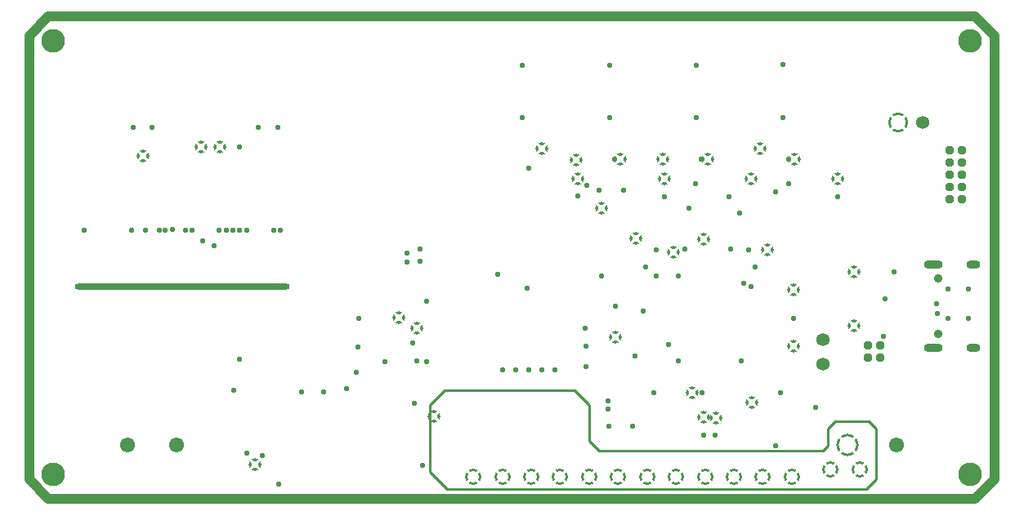
<source format=gbr>
%TF.GenerationSoftware,Altium Limited,Altium Designer,21.0.8 (223)*%
G04 Layer_Physical_Order=2*
G04 Layer_Color=32768*
%FSLAX45Y45*%
%MOMM*%
%TF.SameCoordinates,ED3C5559-8931-45A1-834E-F7BCE4D23214*%
%TF.FilePolarity,Negative*%
%TF.FileFunction,Copper,L2,Inr,Plane*%
%TF.Part,Single*%
G01*
G75*
%TA.AperFunction,NonConductor*%
%ADD53C,0.25400*%
%ADD54C,1.01600*%
%TA.AperFunction,ViaPad*%
%ADD55C,2.45400*%
%TA.AperFunction,ComponentPad*%
%ADD56C,0.95400*%
%ADD57C,1.35400*%
G04:AMPARAMS|DCode=58|XSize=2.116mm|YSize=2.116mm|CornerRadius=0mm|HoleSize=0mm|Usage=FLASHONLY|Rotation=0.000|XOffset=0mm|YOffset=0mm|HoleType=Round|Shape=Relief|Width=0.254mm|Gap=0.254mm|Entries=4|*
%AMTHD58*
7,0,0,2.11600,1.60800,0.25400,45*
%
%ADD58THD58*%
%ADD59O,1.45400X0.85400*%
%ADD60O,1.95400X0.85400*%
%ADD61C,0.90400*%
G04:AMPARAMS|DCode=62|XSize=2.316mm|YSize=2.316mm|CornerRadius=0mm|HoleSize=0mm|Usage=FLASHONLY|Rotation=0.000|XOffset=0mm|YOffset=0mm|HoleType=Round|Shape=Relief|Width=0.254mm|Gap=0.254mm|Entries=4|*
%AMTHD62*
7,0,0,2.31600,1.80800,0.25400,45*
%
%ADD62THD62*%
%ADD63C,1.55400*%
%ADD64O,22.25400X0.65400*%
%TA.AperFunction,ViaPad*%
G04:AMPARAMS|DCode=65|XSize=1.7272mm|YSize=1.7272mm|CornerRadius=0mm|HoleSize=0mm|Usage=FLASHONLY|Rotation=0.000|XOffset=0mm|YOffset=0mm|HoleType=Round|Shape=Relief|Width=0.254mm|Gap=0.254mm|Entries=4|*
%AMTHD65*
7,0,0,1.72720,1.21920,0.25400,45*
%
%ADD65THD65*%
%ADD66C,0.55400*%
G04:AMPARAMS|DCode=67|XSize=1.316mm|YSize=1.316mm|CornerRadius=0mm|HoleSize=0mm|Usage=FLASHONLY|Rotation=0.000|XOffset=0mm|YOffset=0mm|HoleType=Round|Shape=Relief|Width=0.254mm|Gap=0.254mm|Entries=4|*
%AMTHD67*
7,0,0,1.31600,0.80800,0.25400,45*
%
%ADD67THD67*%
D53*
X4150000Y275000D02*
Y300000D01*
X8775000Y562500D02*
Y725000D01*
Y200000D02*
Y437500D01*
X8700000Y800000D02*
X8775000Y725000D01*
X8350000Y800000D02*
X8700000D01*
X8275000Y725000D02*
X8350000Y800000D01*
X8275000Y550000D02*
Y725000D01*
X8225000Y500000D02*
X8275000Y550000D01*
X5900000Y500000D02*
X8225000D01*
X5800000Y600000D02*
X5900000Y500000D01*
X5800000Y600000D02*
Y975000D01*
X5650000Y1125000D02*
X5800000Y975000D01*
X4300000Y1125000D02*
X5650000D01*
X4150000Y975000D02*
X4300000Y1125000D01*
X4150000Y300000D02*
Y975000D01*
Y275000D02*
X4325000Y100000D01*
X8675000D01*
X8775000Y200000D01*
Y437500D02*
Y562500D01*
D54*
X10000000Y200000D02*
Y4800000D01*
X9800000Y5000000D02*
X10000000Y4800000D01*
X200000Y5000000D02*
X9800000D01*
X0Y4800000D02*
X200000Y5000000D01*
X0Y200000D02*
X0Y4800000D01*
X0Y200000D02*
X200000Y0D01*
X9800000D01*
X10000000Y200000D01*
D55*
X250000Y250000D02*
D03*
X9750000D02*
D03*
Y4750000D02*
D03*
X250000D02*
D03*
D56*
X9663500Y3109091D02*
D03*
Y3236091D02*
D03*
X9536500Y3109091D02*
D03*
Y3236091D02*
D03*
X9663500Y3363091D02*
D03*
Y3490091D02*
D03*
X9536500Y3363091D02*
D03*
Y3490091D02*
D03*
X9663500Y3617091D02*
D03*
X9536500D02*
D03*
X8684260Y1590040D02*
D03*
X8811260D02*
D03*
X8684260Y1463040D02*
D03*
X8811260D02*
D03*
D57*
X9252000Y3900000D02*
D03*
X8225000Y1398000D02*
D03*
Y1652000D02*
D03*
D58*
X8998000Y3900000D02*
D03*
D59*
X9782000Y1568000D02*
D03*
Y2432000D02*
D03*
D60*
X9364000D02*
D03*
Y1568000D02*
D03*
D61*
X9417000Y2289000D02*
D03*
Y1711000D02*
D03*
D62*
X8476000Y558800D02*
D03*
D63*
X8984000D02*
D03*
X1016000D02*
D03*
X1524000D02*
D03*
D64*
X1584500Y2197600D02*
D03*
D65*
X4600000Y225000D02*
D03*
X4900000D02*
D03*
X5200000D02*
D03*
X5500000D02*
D03*
X5800000D02*
D03*
X6100000D02*
D03*
X6400000D02*
D03*
X6700000D02*
D03*
X7000000D02*
D03*
X7300000D02*
D03*
X7600000D02*
D03*
X7900000D02*
D03*
X8300000Y300000D02*
D03*
X8600000D02*
D03*
D66*
X8150000Y950000D02*
D03*
X6068060Y2001520D02*
D03*
X2410460Y449580D02*
D03*
X2255000Y472960D02*
D03*
X4018280Y1427480D02*
D03*
X3683450Y1425200D02*
D03*
X7251700Y3129280D02*
D03*
X7868920Y3268980D02*
D03*
X7729220Y3182620D02*
D03*
X8371840Y3129280D02*
D03*
X7866380Y3522980D02*
D03*
X5173980Y1338580D02*
D03*
X5311140D02*
D03*
X5036820D02*
D03*
X5448300D02*
D03*
X4899660D02*
D03*
X9730740Y2174240D02*
D03*
Y1871980D02*
D03*
X8862060Y2075180D02*
D03*
X8846820Y1684020D02*
D03*
X7266940Y2588260D02*
D03*
X7454900Y2585720D02*
D03*
X6791960Y2590800D02*
D03*
X6830060Y3012440D02*
D03*
X6578600Y3134360D02*
D03*
X6959600Y3520440D02*
D03*
X7807960Y3954780D02*
D03*
Y4500880D02*
D03*
X6911340Y3952240D02*
D03*
Y4498340D02*
D03*
X6009640Y3952240D02*
D03*
Y4498340D02*
D03*
X568960Y2786380D02*
D03*
X1059180D02*
D03*
X1201420D02*
D03*
X1343660D02*
D03*
X1409700D02*
D03*
X1620520D02*
D03*
X1689100D02*
D03*
X1968500D02*
D03*
X2039620D02*
D03*
X2110740D02*
D03*
X2600960D02*
D03*
X2529840D02*
D03*
X2250440D02*
D03*
X2179320D02*
D03*
X1074420Y3855720D02*
D03*
X1275080D02*
D03*
X2372360D02*
D03*
X2575560D02*
D03*
X2174240Y3652520D02*
D03*
X7919720Y1874520D02*
D03*
X5679440Y3136900D02*
D03*
X5778500Y3251200D02*
D03*
X6062980Y3520440D02*
D03*
X5171440Y3426460D02*
D03*
X5110480Y4498340D02*
D03*
Y3952240D02*
D03*
X2176780Y1450340D02*
D03*
X5161280Y2184400D02*
D03*
X4853940Y2326640D02*
D03*
X8956040Y2352040D02*
D03*
X9514840Y2174240D02*
D03*
Y1871980D02*
D03*
X2583180Y152400D02*
D03*
X3289300Y1145540D02*
D03*
X6469380Y1097280D02*
D03*
X6969760Y1099820D02*
D03*
X7782560D02*
D03*
X7729220Y548640D02*
D03*
X7106920Y660400D02*
D03*
X6990080D02*
D03*
X6248400Y751840D02*
D03*
X6002020Y749300D02*
D03*
X7475220Y2199640D02*
D03*
X7376160Y1430020D02*
D03*
X6725920D02*
D03*
X4076700Y350520D02*
D03*
X6623050Y1600200D02*
D03*
X5996940Y929640D02*
D03*
X5999480Y1016000D02*
D03*
X6273800Y1480820D02*
D03*
X6724650Y2313940D02*
D03*
X4050030Y2459990D02*
D03*
X4052570Y2586990D02*
D03*
X6494780Y2585720D02*
D03*
X3910330Y2458720D02*
D03*
X3909060Y2545080D02*
D03*
X1483360Y2790190D02*
D03*
X1798320Y2677160D02*
D03*
X1913890Y2622867D02*
D03*
X6494780Y2308860D02*
D03*
X6362700Y1948180D02*
D03*
X5760720Y1770380D02*
D03*
X5768340Y1372540D02*
D03*
X5925820Y2308860D02*
D03*
X5763260Y1582420D02*
D03*
X6385560Y2400300D02*
D03*
X4117340Y2049780D02*
D03*
X4119880Y1424940D02*
D03*
X3992880Y988060D02*
D03*
X3975100Y1620520D02*
D03*
X3416300Y1874520D02*
D03*
X3403600Y1577340D02*
D03*
X3388360Y1315720D02*
D03*
X3048000Y1107440D02*
D03*
X2821940D02*
D03*
X2115820Y1125220D02*
D03*
X7362500Y2963750D02*
D03*
X6903720Y3266440D02*
D03*
X6159500Y3197860D02*
D03*
X7404100Y2235200D02*
D03*
X7523480Y2402840D02*
D03*
X5905500Y3200400D02*
D03*
X9403440Y2024380D02*
D03*
X9405620Y1925320D02*
D03*
D67*
X2341880Y353060D02*
D03*
X8371840Y3314700D02*
D03*
X7929880Y3522980D02*
D03*
X8547100Y1798320D02*
D03*
Y2352040D02*
D03*
X7645400Y2585720D02*
D03*
X6578600Y3317240D02*
D03*
X6126480Y3520440D02*
D03*
X6563360Y3522980D02*
D03*
X7025640Y3520440D02*
D03*
X7574280Y3632200D02*
D03*
X7477760Y3317240D02*
D03*
X1176250Y3557500D02*
D03*
X7917180Y2164080D02*
D03*
X7919720Y1582420D02*
D03*
X7487920Y998220D02*
D03*
X7117080Y840740D02*
D03*
X6982460Y843280D02*
D03*
X6870700Y1099820D02*
D03*
X6283960Y2697480D02*
D03*
X5930900Y3014980D02*
D03*
X5661660Y3515360D02*
D03*
X5679440Y3314700D02*
D03*
X5311140Y3632200D02*
D03*
X4018280Y1767840D02*
D03*
X3830320Y1877060D02*
D03*
X6075680Y1676400D02*
D03*
X4196080Y858520D02*
D03*
X6676390Y2559050D02*
D03*
X6982460Y2692400D02*
D03*
X1976120Y3652520D02*
D03*
X1775460D02*
D03*
%TF.MD5,9a1f384afc4d3489313cfb629cf6fe51*%
M02*

</source>
